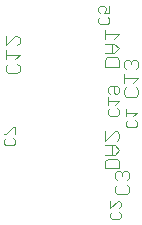
<source format=gbo>
G75*
G70*
%OFA0B0*%
%FSLAX24Y24*%
%IPPOS*%
%LPD*%
%AMOC8*
5,1,8,0,0,1.08239X$1,22.5*
%
%ADD10C,0.0040*%
%ADD11C,0.0030*%
D10*
X002400Y005320D02*
X002323Y005397D01*
X002323Y005550D01*
X002400Y005627D01*
X002323Y005780D02*
X002323Y006087D01*
X002323Y005934D02*
X002784Y005934D01*
X002630Y005780D01*
X002707Y005627D02*
X002784Y005550D01*
X002784Y005397D01*
X002707Y005320D01*
X002400Y005320D01*
X002323Y006241D02*
X002630Y006548D01*
X002707Y006548D01*
X002784Y006471D01*
X002784Y006317D01*
X002707Y006241D01*
X002323Y006241D02*
X002323Y006548D01*
X005630Y006607D02*
X006091Y006607D01*
X005937Y006454D01*
X005937Y006300D02*
X005630Y006300D01*
X005630Y006454D02*
X005630Y006761D01*
X005860Y006300D02*
X005860Y005993D01*
X005937Y005993D02*
X006091Y006147D01*
X005937Y006300D01*
X005937Y005993D02*
X005630Y005993D01*
X005707Y005840D02*
X006014Y005840D01*
X006091Y005763D01*
X006091Y005533D01*
X005630Y005533D01*
X005630Y005763D01*
X005707Y005840D01*
X006260Y005684D02*
X006260Y005531D01*
X006336Y005454D01*
X006260Y005300D02*
X006260Y004993D01*
X006260Y005147D02*
X006720Y005147D01*
X006567Y004993D01*
X006643Y004840D02*
X006720Y004763D01*
X006720Y004610D01*
X006643Y004533D01*
X006336Y004533D01*
X006260Y004610D01*
X006260Y004763D01*
X006336Y004840D01*
X006643Y005454D02*
X006720Y005531D01*
X006720Y005684D01*
X006643Y005761D01*
X006567Y005761D01*
X006490Y005684D01*
X006413Y005761D01*
X006336Y005761D01*
X006260Y005684D01*
X006490Y005684D02*
X006490Y005607D01*
X006019Y003369D02*
X005942Y003369D01*
X005635Y003062D01*
X005635Y003369D01*
X006019Y003369D02*
X006096Y003292D01*
X006096Y003138D01*
X006019Y003062D01*
X005942Y002908D02*
X005635Y002908D01*
X005866Y002908D02*
X005866Y002601D01*
X005942Y002601D02*
X006096Y002755D01*
X005942Y002908D01*
X005942Y002601D02*
X005635Y002601D01*
X005712Y002448D02*
X006019Y002448D01*
X006096Y002371D01*
X006096Y002141D01*
X005635Y002141D01*
X005635Y002371D01*
X005712Y002448D01*
X006040Y002052D02*
X005963Y001975D01*
X005963Y001821D01*
X006040Y001745D01*
X006040Y001591D02*
X005963Y001514D01*
X005963Y001361D01*
X006040Y001284D01*
X006347Y001284D01*
X006423Y001361D01*
X006423Y001514D01*
X006347Y001591D01*
X006347Y001745D02*
X006423Y001821D01*
X006423Y001975D01*
X006347Y002052D01*
X006270Y002052D01*
X006193Y001975D01*
X006117Y002052D01*
X006040Y002052D01*
X006193Y001975D02*
X006193Y001898D01*
D11*
X002314Y002904D02*
X002252Y002966D01*
X002252Y003089D01*
X002314Y003151D01*
X002314Y003272D02*
X002252Y003272D01*
X002314Y003272D02*
X002560Y003519D01*
X002622Y003519D01*
X002622Y003272D01*
X002560Y003151D02*
X002622Y003089D01*
X002622Y002966D01*
X002560Y002904D01*
X002314Y002904D01*
X005723Y003959D02*
X005723Y004082D01*
X005784Y004144D01*
X005723Y004266D02*
X005723Y004513D01*
X005723Y004389D02*
X006093Y004389D01*
X005970Y004266D01*
X006031Y004144D02*
X006093Y004082D01*
X006093Y003959D01*
X006031Y003897D01*
X005784Y003897D01*
X005723Y003959D01*
X006314Y003996D02*
X006685Y003996D01*
X006561Y003872D01*
X006623Y003751D02*
X006685Y003689D01*
X006685Y003566D01*
X006623Y003504D01*
X006376Y003504D01*
X006314Y003566D01*
X006314Y003689D01*
X006376Y003751D01*
X006314Y003872D02*
X006314Y004119D01*
X006031Y004634D02*
X005970Y004634D01*
X005908Y004696D01*
X005908Y004881D01*
X006031Y004881D02*
X005784Y004881D01*
X005723Y004819D01*
X005723Y004696D01*
X005784Y004634D01*
X006031Y004634D02*
X006093Y004696D01*
X006093Y004819D01*
X006031Y004881D01*
X005711Y006941D02*
X005464Y006941D01*
X005402Y007003D01*
X005402Y007126D01*
X005464Y007188D01*
X005464Y007309D02*
X005402Y007371D01*
X005402Y007494D01*
X005464Y007556D01*
X005587Y007556D01*
X005649Y007494D01*
X005649Y007433D01*
X005587Y007309D01*
X005772Y007309D01*
X005772Y007556D01*
X005711Y007188D02*
X005772Y007126D01*
X005772Y007003D01*
X005711Y006941D01*
X005795Y001060D02*
X005795Y000813D01*
X006042Y001060D01*
X006104Y001060D01*
X006166Y000998D01*
X006166Y000875D01*
X006104Y000813D01*
X006104Y000691D02*
X006166Y000630D01*
X006166Y000506D01*
X006104Y000445D01*
X005857Y000445D01*
X005795Y000506D01*
X005795Y000630D01*
X005857Y000691D01*
M02*

</source>
